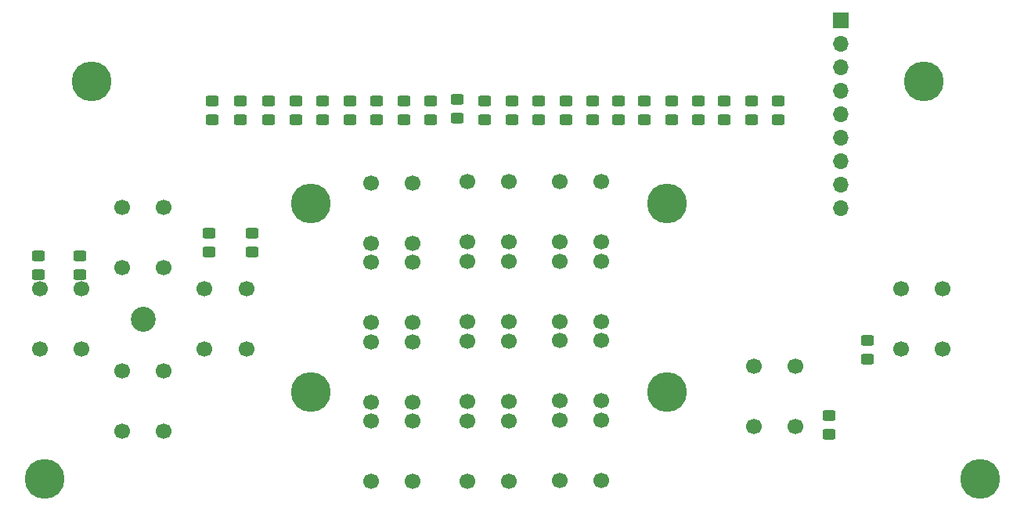
<source format=gts>
G04 #@! TF.GenerationSoftware,KiCad,Pcbnew,8.0.3*
G04 #@! TF.CreationDate,2024-07-30T16:09:55+10:00*
G04 #@! TF.ProjectId,colecovision_controller,636f6c65-636f-4766-9973-696f6e5f636f,rev?*
G04 #@! TF.SameCoordinates,Original*
G04 #@! TF.FileFunction,Soldermask,Top*
G04 #@! TF.FilePolarity,Negative*
%FSLAX46Y46*%
G04 Gerber Fmt 4.6, Leading zero omitted, Abs format (unit mm)*
G04 Created by KiCad (PCBNEW 8.0.3) date 2024-07-30 16:09:55*
%MOMM*%
%LPD*%
G01*
G04 APERTURE LIST*
G04 Aperture macros list*
%AMRoundRect*
0 Rectangle with rounded corners*
0 $1 Rounding radius*
0 $2 $3 $4 $5 $6 $7 $8 $9 X,Y pos of 4 corners*
0 Add a 4 corners polygon primitive as box body*
4,1,4,$2,$3,$4,$5,$6,$7,$8,$9,$2,$3,0*
0 Add four circle primitives for the rounded corners*
1,1,$1+$1,$2,$3*
1,1,$1+$1,$4,$5*
1,1,$1+$1,$6,$7*
1,1,$1+$1,$8,$9*
0 Add four rect primitives between the rounded corners*
20,1,$1+$1,$2,$3,$4,$5,0*
20,1,$1+$1,$4,$5,$6,$7,0*
20,1,$1+$1,$6,$7,$8,$9,0*
20,1,$1+$1,$8,$9,$2,$3,0*%
G04 Aperture macros list end*
%ADD10RoundRect,0.250000X0.450000X-0.325000X0.450000X0.325000X-0.450000X0.325000X-0.450000X-0.325000X0*%
%ADD11C,4.300000*%
%ADD12C,1.700000*%
%ADD13C,2.700000*%
%ADD14R,1.700000X1.700000*%
%ADD15O,1.700000X1.700000*%
G04 APERTURE END LIST*
D10*
X115189000Y-101200000D03*
X115189000Y-99150000D03*
X146177000Y-86877000D03*
X146177000Y-84827000D03*
X134493000Y-86877000D03*
X134493000Y-84827000D03*
X157607000Y-86877000D03*
X157607000Y-84827000D03*
X181737000Y-112785000D03*
X181737000Y-110735000D03*
X96520000Y-103641000D03*
X96520000Y-101591000D03*
X149098000Y-86877000D03*
X149098000Y-84827000D03*
X143256000Y-86877000D03*
X143256000Y-84827000D03*
X137384000Y-86700000D03*
X137384000Y-84650000D03*
X163449000Y-86877000D03*
X163449000Y-84827000D03*
X166243000Y-86877000D03*
X166243000Y-84827000D03*
X154813000Y-86877000D03*
X154813000Y-84827000D03*
X160528000Y-86877000D03*
X160528000Y-84827000D03*
X119888000Y-86877000D03*
X119888000Y-84827000D03*
X125730000Y-86877000D03*
X125730000Y-84827000D03*
X122809000Y-86877000D03*
X122809000Y-84827000D03*
X128651000Y-86877000D03*
X128651000Y-84827000D03*
X116967000Y-86877000D03*
X116967000Y-84827000D03*
X110871000Y-86877000D03*
X110871000Y-84827000D03*
X177546000Y-120913000D03*
X177546000Y-118863000D03*
X152019000Y-86877000D03*
X152019000Y-84827000D03*
X92075000Y-101591000D03*
X92075000Y-103641000D03*
X172085000Y-86877000D03*
X172085000Y-84827000D03*
X131572000Y-86877000D03*
X131572000Y-84827000D03*
X140335000Y-86877000D03*
X140335000Y-84827000D03*
X110490000Y-101200000D03*
X110490000Y-99150000D03*
D11*
X121539000Y-116332000D03*
D12*
X169418000Y-120015000D03*
X169418000Y-113515000D03*
X173918000Y-120015000D03*
X173918000Y-113515000D03*
D11*
X160020000Y-116332000D03*
X193929000Y-125730000D03*
D12*
X189865000Y-105172000D03*
X189865000Y-111672000D03*
X185365000Y-105172000D03*
X185365000Y-111672000D03*
D11*
X160020000Y-95885000D03*
X97790000Y-82677000D03*
D13*
X103378000Y-108422000D03*
D12*
X101128000Y-120523000D03*
X101128000Y-114023000D03*
X105628000Y-120523000D03*
X105628000Y-114023000D03*
X101128000Y-102870000D03*
X101128000Y-96370000D03*
X105628000Y-102870000D03*
X105628000Y-96370000D03*
X148463000Y-100076000D03*
X148463000Y-93576000D03*
X152963000Y-100076000D03*
X152963000Y-93576000D03*
X148463000Y-117263332D03*
X148463000Y-110763332D03*
X152963000Y-117263332D03*
X152963000Y-110763332D03*
X148463000Y-125857000D03*
X148463000Y-119357000D03*
X152963000Y-125857000D03*
X152963000Y-119357000D03*
D11*
X121539000Y-95885000D03*
D12*
X138430000Y-125984000D03*
X138430000Y-119484000D03*
X142930000Y-125984000D03*
X142930000Y-119484000D03*
X128016000Y-108796666D03*
X128016000Y-102296666D03*
X132516000Y-108796666D03*
X132516000Y-102296666D03*
X128016000Y-100203000D03*
X128016000Y-93703000D03*
X132516000Y-100203000D03*
X132516000Y-93703000D03*
X128016000Y-117390332D03*
X128016000Y-110890332D03*
X132516000Y-117390332D03*
X132516000Y-110890332D03*
X148463000Y-108669666D03*
X148463000Y-102169666D03*
X152963000Y-108669666D03*
X152963000Y-102169666D03*
D11*
X92710000Y-125730000D03*
D12*
X138430000Y-117348000D03*
X138430000Y-110848000D03*
X142930000Y-117348000D03*
X142930000Y-110848000D03*
D10*
X169164000Y-86877000D03*
X169164000Y-84827000D03*
D14*
X178816000Y-76073000D03*
D15*
X178816000Y-78613000D03*
X178816000Y-81153000D03*
X178816000Y-83693000D03*
X178816000Y-86233000D03*
X178816000Y-88773000D03*
X178816000Y-91313000D03*
X178816000Y-93853000D03*
X178816000Y-96393000D03*
D12*
X92202000Y-111672000D03*
X92202000Y-105172000D03*
X96702000Y-111672000D03*
X96702000Y-105172000D03*
X138430000Y-100076000D03*
X138430000Y-93576000D03*
X142930000Y-100076000D03*
X142930000Y-93576000D03*
X138430000Y-108712000D03*
X138430000Y-102212000D03*
X142930000Y-108712000D03*
X142930000Y-102212000D03*
X128016000Y-125984000D03*
X128016000Y-119484000D03*
X132516000Y-125984000D03*
X132516000Y-119484000D03*
D11*
X187833000Y-82677000D03*
D12*
X114554000Y-105172000D03*
X114554000Y-111672000D03*
X110054000Y-105172000D03*
X110054000Y-111672000D03*
D10*
X113919000Y-86877000D03*
X113919000Y-84827000D03*
M02*

</source>
